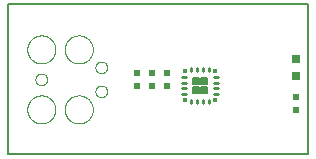
<source format=gtp>
G75*
%MOIN*%
%OFA0B0*%
%FSLAX25Y25*%
%IPPOS*%
%LPD*%
%AMOC8*
5,1,8,0,0,1.08239X$1,22.5*
%
%ADD10C,0.00500*%
%ADD11R,0.02362X0.01969*%
%ADD12R,0.03150X0.03150*%
%ADD13C,0.00000*%
%ADD14R,0.01339X0.01339*%
%ADD15C,0.01102*%
D10*
X0003750Y0001400D02*
X0003750Y0051400D01*
X0103750Y0051400D01*
X0103750Y0001400D01*
X0003750Y0001400D01*
X0065388Y0022038D02*
X0067356Y0022038D01*
X0067356Y0024006D01*
X0065388Y0024006D01*
X0065388Y0022038D01*
X0065388Y0022337D02*
X0067356Y0022337D01*
X0067356Y0022836D02*
X0065388Y0022836D01*
X0065388Y0023334D02*
X0067356Y0023334D01*
X0067356Y0023833D02*
X0065388Y0023833D01*
X0065388Y0024794D02*
X0067356Y0024794D01*
X0067356Y0026762D01*
X0065388Y0026762D01*
X0065388Y0024794D01*
X0065388Y0024830D02*
X0067356Y0024830D01*
X0067356Y0025329D02*
X0065388Y0025329D01*
X0065388Y0025827D02*
X0067356Y0025827D01*
X0067356Y0026326D02*
X0065388Y0026326D01*
X0068144Y0026326D02*
X0070112Y0026326D01*
X0070112Y0026762D02*
X0068144Y0026762D01*
X0068144Y0024794D01*
X0070112Y0024794D01*
X0070112Y0026762D01*
X0070112Y0025827D02*
X0068144Y0025827D01*
X0068144Y0025329D02*
X0070112Y0025329D01*
X0070112Y0024830D02*
X0068144Y0024830D01*
X0068144Y0024006D02*
X0070112Y0024006D01*
X0070112Y0022038D01*
X0068144Y0022038D01*
X0068144Y0024006D01*
X0068144Y0023833D02*
X0070112Y0023833D01*
X0070112Y0023334D02*
X0068144Y0023334D01*
X0068144Y0022836D02*
X0070112Y0022836D01*
X0070112Y0022337D02*
X0068144Y0022337D01*
D11*
X0056750Y0024235D03*
X0051750Y0024235D03*
X0046750Y0024235D03*
X0046750Y0028565D03*
X0051750Y0028565D03*
X0056750Y0028565D03*
X0099750Y0020565D03*
X0099750Y0016235D03*
D12*
X0099750Y0027447D03*
X0099750Y0033353D03*
D13*
X0032800Y0030400D02*
X0032802Y0030488D01*
X0032808Y0030576D01*
X0032818Y0030664D01*
X0032832Y0030751D01*
X0032850Y0030837D01*
X0032871Y0030922D01*
X0032897Y0031007D01*
X0032926Y0031090D01*
X0032959Y0031172D01*
X0032996Y0031252D01*
X0033036Y0031330D01*
X0033080Y0031407D01*
X0033127Y0031481D01*
X0033178Y0031553D01*
X0033231Y0031623D01*
X0033288Y0031691D01*
X0033348Y0031755D01*
X0033411Y0031817D01*
X0033476Y0031876D01*
X0033544Y0031932D01*
X0033615Y0031985D01*
X0033687Y0032035D01*
X0033762Y0032081D01*
X0033839Y0032124D01*
X0033918Y0032164D01*
X0033999Y0032199D01*
X0034081Y0032232D01*
X0034164Y0032260D01*
X0034249Y0032285D01*
X0034335Y0032305D01*
X0034421Y0032322D01*
X0034508Y0032335D01*
X0034596Y0032344D01*
X0034684Y0032349D01*
X0034772Y0032350D01*
X0034860Y0032347D01*
X0034948Y0032340D01*
X0035035Y0032329D01*
X0035122Y0032314D01*
X0035208Y0032295D01*
X0035294Y0032273D01*
X0035378Y0032246D01*
X0035460Y0032216D01*
X0035542Y0032182D01*
X0035622Y0032144D01*
X0035699Y0032103D01*
X0035775Y0032059D01*
X0035849Y0032011D01*
X0035921Y0031959D01*
X0035990Y0031905D01*
X0036057Y0031847D01*
X0036121Y0031787D01*
X0036182Y0031723D01*
X0036241Y0031657D01*
X0036296Y0031589D01*
X0036348Y0031517D01*
X0036397Y0031444D01*
X0036442Y0031369D01*
X0036484Y0031291D01*
X0036523Y0031212D01*
X0036558Y0031131D01*
X0036589Y0031048D01*
X0036616Y0030965D01*
X0036640Y0030880D01*
X0036660Y0030794D01*
X0036676Y0030707D01*
X0036688Y0030620D01*
X0036696Y0030532D01*
X0036700Y0030444D01*
X0036700Y0030356D01*
X0036696Y0030268D01*
X0036688Y0030180D01*
X0036676Y0030093D01*
X0036660Y0030006D01*
X0036640Y0029920D01*
X0036616Y0029835D01*
X0036589Y0029752D01*
X0036558Y0029669D01*
X0036523Y0029588D01*
X0036484Y0029509D01*
X0036442Y0029431D01*
X0036397Y0029356D01*
X0036348Y0029283D01*
X0036296Y0029211D01*
X0036241Y0029143D01*
X0036182Y0029077D01*
X0036121Y0029013D01*
X0036057Y0028953D01*
X0035990Y0028895D01*
X0035921Y0028841D01*
X0035849Y0028789D01*
X0035775Y0028741D01*
X0035699Y0028697D01*
X0035622Y0028656D01*
X0035542Y0028618D01*
X0035460Y0028584D01*
X0035378Y0028554D01*
X0035294Y0028527D01*
X0035208Y0028505D01*
X0035122Y0028486D01*
X0035035Y0028471D01*
X0034948Y0028460D01*
X0034860Y0028453D01*
X0034772Y0028450D01*
X0034684Y0028451D01*
X0034596Y0028456D01*
X0034508Y0028465D01*
X0034421Y0028478D01*
X0034335Y0028495D01*
X0034249Y0028515D01*
X0034164Y0028540D01*
X0034081Y0028568D01*
X0033999Y0028601D01*
X0033918Y0028636D01*
X0033839Y0028676D01*
X0033762Y0028719D01*
X0033687Y0028765D01*
X0033615Y0028815D01*
X0033544Y0028868D01*
X0033476Y0028924D01*
X0033411Y0028983D01*
X0033348Y0029045D01*
X0033288Y0029109D01*
X0033231Y0029177D01*
X0033178Y0029247D01*
X0033127Y0029319D01*
X0033080Y0029393D01*
X0033036Y0029470D01*
X0032996Y0029548D01*
X0032959Y0029628D01*
X0032926Y0029710D01*
X0032897Y0029793D01*
X0032871Y0029878D01*
X0032850Y0029963D01*
X0032832Y0030049D01*
X0032818Y0030136D01*
X0032808Y0030224D01*
X0032802Y0030312D01*
X0032800Y0030400D01*
X0022575Y0036400D02*
X0022577Y0036537D01*
X0022583Y0036673D01*
X0022593Y0036809D01*
X0022607Y0036945D01*
X0022625Y0037081D01*
X0022647Y0037216D01*
X0022672Y0037350D01*
X0022702Y0037483D01*
X0022736Y0037615D01*
X0022773Y0037747D01*
X0022814Y0037877D01*
X0022860Y0038006D01*
X0022908Y0038134D01*
X0022961Y0038260D01*
X0023017Y0038384D01*
X0023077Y0038507D01*
X0023140Y0038628D01*
X0023207Y0038747D01*
X0023277Y0038864D01*
X0023351Y0038980D01*
X0023428Y0039092D01*
X0023508Y0039203D01*
X0023592Y0039311D01*
X0023679Y0039417D01*
X0023768Y0039520D01*
X0023861Y0039620D01*
X0023956Y0039718D01*
X0024055Y0039813D01*
X0024156Y0039905D01*
X0024260Y0039993D01*
X0024366Y0040079D01*
X0024475Y0040162D01*
X0024586Y0040241D01*
X0024699Y0040318D01*
X0024815Y0040391D01*
X0024932Y0040460D01*
X0025052Y0040526D01*
X0025173Y0040588D01*
X0025297Y0040647D01*
X0025422Y0040703D01*
X0025548Y0040754D01*
X0025676Y0040802D01*
X0025805Y0040846D01*
X0025936Y0040887D01*
X0026068Y0040923D01*
X0026200Y0040956D01*
X0026334Y0040984D01*
X0026468Y0041009D01*
X0026603Y0041030D01*
X0026739Y0041047D01*
X0026875Y0041060D01*
X0027011Y0041069D01*
X0027148Y0041074D01*
X0027284Y0041075D01*
X0027421Y0041072D01*
X0027557Y0041065D01*
X0027693Y0041054D01*
X0027829Y0041039D01*
X0027964Y0041020D01*
X0028099Y0040997D01*
X0028233Y0040970D01*
X0028366Y0040940D01*
X0028498Y0040905D01*
X0028630Y0040867D01*
X0028759Y0040825D01*
X0028888Y0040779D01*
X0029015Y0040729D01*
X0029141Y0040675D01*
X0029265Y0040618D01*
X0029388Y0040558D01*
X0029508Y0040493D01*
X0029627Y0040426D01*
X0029743Y0040355D01*
X0029858Y0040280D01*
X0029970Y0040202D01*
X0030080Y0040121D01*
X0030188Y0040037D01*
X0030293Y0039949D01*
X0030395Y0039859D01*
X0030495Y0039766D01*
X0030592Y0039669D01*
X0030686Y0039570D01*
X0030777Y0039469D01*
X0030865Y0039364D01*
X0030950Y0039257D01*
X0031032Y0039148D01*
X0031111Y0039036D01*
X0031186Y0038922D01*
X0031258Y0038806D01*
X0031327Y0038688D01*
X0031392Y0038568D01*
X0031454Y0038446D01*
X0031512Y0038322D01*
X0031566Y0038197D01*
X0031617Y0038070D01*
X0031663Y0037942D01*
X0031707Y0037812D01*
X0031746Y0037681D01*
X0031782Y0037549D01*
X0031813Y0037416D01*
X0031841Y0037283D01*
X0031865Y0037148D01*
X0031885Y0037013D01*
X0031901Y0036877D01*
X0031913Y0036741D01*
X0031921Y0036605D01*
X0031925Y0036468D01*
X0031925Y0036332D01*
X0031921Y0036195D01*
X0031913Y0036059D01*
X0031901Y0035923D01*
X0031885Y0035787D01*
X0031865Y0035652D01*
X0031841Y0035517D01*
X0031813Y0035384D01*
X0031782Y0035251D01*
X0031746Y0035119D01*
X0031707Y0034988D01*
X0031663Y0034858D01*
X0031617Y0034730D01*
X0031566Y0034603D01*
X0031512Y0034478D01*
X0031454Y0034354D01*
X0031392Y0034232D01*
X0031327Y0034112D01*
X0031258Y0033994D01*
X0031186Y0033878D01*
X0031111Y0033764D01*
X0031032Y0033652D01*
X0030950Y0033543D01*
X0030865Y0033436D01*
X0030777Y0033331D01*
X0030686Y0033230D01*
X0030592Y0033131D01*
X0030495Y0033034D01*
X0030395Y0032941D01*
X0030293Y0032851D01*
X0030188Y0032763D01*
X0030080Y0032679D01*
X0029970Y0032598D01*
X0029858Y0032520D01*
X0029743Y0032445D01*
X0029627Y0032374D01*
X0029508Y0032307D01*
X0029388Y0032242D01*
X0029265Y0032182D01*
X0029141Y0032125D01*
X0029015Y0032071D01*
X0028888Y0032021D01*
X0028759Y0031975D01*
X0028630Y0031933D01*
X0028498Y0031895D01*
X0028366Y0031860D01*
X0028233Y0031830D01*
X0028099Y0031803D01*
X0027964Y0031780D01*
X0027829Y0031761D01*
X0027693Y0031746D01*
X0027557Y0031735D01*
X0027421Y0031728D01*
X0027284Y0031725D01*
X0027148Y0031726D01*
X0027011Y0031731D01*
X0026875Y0031740D01*
X0026739Y0031753D01*
X0026603Y0031770D01*
X0026468Y0031791D01*
X0026334Y0031816D01*
X0026200Y0031844D01*
X0026068Y0031877D01*
X0025936Y0031913D01*
X0025805Y0031954D01*
X0025676Y0031998D01*
X0025548Y0032046D01*
X0025422Y0032097D01*
X0025297Y0032153D01*
X0025173Y0032212D01*
X0025052Y0032274D01*
X0024932Y0032340D01*
X0024815Y0032409D01*
X0024699Y0032482D01*
X0024586Y0032559D01*
X0024475Y0032638D01*
X0024366Y0032721D01*
X0024260Y0032807D01*
X0024156Y0032895D01*
X0024055Y0032987D01*
X0023956Y0033082D01*
X0023861Y0033180D01*
X0023768Y0033280D01*
X0023679Y0033383D01*
X0023592Y0033489D01*
X0023508Y0033597D01*
X0023428Y0033708D01*
X0023351Y0033820D01*
X0023277Y0033936D01*
X0023207Y0034053D01*
X0023140Y0034172D01*
X0023077Y0034293D01*
X0023017Y0034416D01*
X0022961Y0034540D01*
X0022908Y0034666D01*
X0022860Y0034794D01*
X0022814Y0034923D01*
X0022773Y0035053D01*
X0022736Y0035185D01*
X0022702Y0035317D01*
X0022672Y0035450D01*
X0022647Y0035584D01*
X0022625Y0035719D01*
X0022607Y0035855D01*
X0022593Y0035991D01*
X0022583Y0036127D01*
X0022577Y0036263D01*
X0022575Y0036400D01*
X0010075Y0036400D02*
X0010077Y0036537D01*
X0010083Y0036673D01*
X0010093Y0036809D01*
X0010107Y0036945D01*
X0010125Y0037081D01*
X0010147Y0037216D01*
X0010172Y0037350D01*
X0010202Y0037483D01*
X0010236Y0037615D01*
X0010273Y0037747D01*
X0010314Y0037877D01*
X0010360Y0038006D01*
X0010408Y0038134D01*
X0010461Y0038260D01*
X0010517Y0038384D01*
X0010577Y0038507D01*
X0010640Y0038628D01*
X0010707Y0038747D01*
X0010777Y0038864D01*
X0010851Y0038980D01*
X0010928Y0039092D01*
X0011008Y0039203D01*
X0011092Y0039311D01*
X0011179Y0039417D01*
X0011268Y0039520D01*
X0011361Y0039620D01*
X0011456Y0039718D01*
X0011555Y0039813D01*
X0011656Y0039905D01*
X0011760Y0039993D01*
X0011866Y0040079D01*
X0011975Y0040162D01*
X0012086Y0040241D01*
X0012199Y0040318D01*
X0012315Y0040391D01*
X0012432Y0040460D01*
X0012552Y0040526D01*
X0012673Y0040588D01*
X0012797Y0040647D01*
X0012922Y0040703D01*
X0013048Y0040754D01*
X0013176Y0040802D01*
X0013305Y0040846D01*
X0013436Y0040887D01*
X0013568Y0040923D01*
X0013700Y0040956D01*
X0013834Y0040984D01*
X0013968Y0041009D01*
X0014103Y0041030D01*
X0014239Y0041047D01*
X0014375Y0041060D01*
X0014511Y0041069D01*
X0014648Y0041074D01*
X0014784Y0041075D01*
X0014921Y0041072D01*
X0015057Y0041065D01*
X0015193Y0041054D01*
X0015329Y0041039D01*
X0015464Y0041020D01*
X0015599Y0040997D01*
X0015733Y0040970D01*
X0015866Y0040940D01*
X0015998Y0040905D01*
X0016130Y0040867D01*
X0016259Y0040825D01*
X0016388Y0040779D01*
X0016515Y0040729D01*
X0016641Y0040675D01*
X0016765Y0040618D01*
X0016888Y0040558D01*
X0017008Y0040493D01*
X0017127Y0040426D01*
X0017243Y0040355D01*
X0017358Y0040280D01*
X0017470Y0040202D01*
X0017580Y0040121D01*
X0017688Y0040037D01*
X0017793Y0039949D01*
X0017895Y0039859D01*
X0017995Y0039766D01*
X0018092Y0039669D01*
X0018186Y0039570D01*
X0018277Y0039469D01*
X0018365Y0039364D01*
X0018450Y0039257D01*
X0018532Y0039148D01*
X0018611Y0039036D01*
X0018686Y0038922D01*
X0018758Y0038806D01*
X0018827Y0038688D01*
X0018892Y0038568D01*
X0018954Y0038446D01*
X0019012Y0038322D01*
X0019066Y0038197D01*
X0019117Y0038070D01*
X0019163Y0037942D01*
X0019207Y0037812D01*
X0019246Y0037681D01*
X0019282Y0037549D01*
X0019313Y0037416D01*
X0019341Y0037283D01*
X0019365Y0037148D01*
X0019385Y0037013D01*
X0019401Y0036877D01*
X0019413Y0036741D01*
X0019421Y0036605D01*
X0019425Y0036468D01*
X0019425Y0036332D01*
X0019421Y0036195D01*
X0019413Y0036059D01*
X0019401Y0035923D01*
X0019385Y0035787D01*
X0019365Y0035652D01*
X0019341Y0035517D01*
X0019313Y0035384D01*
X0019282Y0035251D01*
X0019246Y0035119D01*
X0019207Y0034988D01*
X0019163Y0034858D01*
X0019117Y0034730D01*
X0019066Y0034603D01*
X0019012Y0034478D01*
X0018954Y0034354D01*
X0018892Y0034232D01*
X0018827Y0034112D01*
X0018758Y0033994D01*
X0018686Y0033878D01*
X0018611Y0033764D01*
X0018532Y0033652D01*
X0018450Y0033543D01*
X0018365Y0033436D01*
X0018277Y0033331D01*
X0018186Y0033230D01*
X0018092Y0033131D01*
X0017995Y0033034D01*
X0017895Y0032941D01*
X0017793Y0032851D01*
X0017688Y0032763D01*
X0017580Y0032679D01*
X0017470Y0032598D01*
X0017358Y0032520D01*
X0017243Y0032445D01*
X0017127Y0032374D01*
X0017008Y0032307D01*
X0016888Y0032242D01*
X0016765Y0032182D01*
X0016641Y0032125D01*
X0016515Y0032071D01*
X0016388Y0032021D01*
X0016259Y0031975D01*
X0016130Y0031933D01*
X0015998Y0031895D01*
X0015866Y0031860D01*
X0015733Y0031830D01*
X0015599Y0031803D01*
X0015464Y0031780D01*
X0015329Y0031761D01*
X0015193Y0031746D01*
X0015057Y0031735D01*
X0014921Y0031728D01*
X0014784Y0031725D01*
X0014648Y0031726D01*
X0014511Y0031731D01*
X0014375Y0031740D01*
X0014239Y0031753D01*
X0014103Y0031770D01*
X0013968Y0031791D01*
X0013834Y0031816D01*
X0013700Y0031844D01*
X0013568Y0031877D01*
X0013436Y0031913D01*
X0013305Y0031954D01*
X0013176Y0031998D01*
X0013048Y0032046D01*
X0012922Y0032097D01*
X0012797Y0032153D01*
X0012673Y0032212D01*
X0012552Y0032274D01*
X0012432Y0032340D01*
X0012315Y0032409D01*
X0012199Y0032482D01*
X0012086Y0032559D01*
X0011975Y0032638D01*
X0011866Y0032721D01*
X0011760Y0032807D01*
X0011656Y0032895D01*
X0011555Y0032987D01*
X0011456Y0033082D01*
X0011361Y0033180D01*
X0011268Y0033280D01*
X0011179Y0033383D01*
X0011092Y0033489D01*
X0011008Y0033597D01*
X0010928Y0033708D01*
X0010851Y0033820D01*
X0010777Y0033936D01*
X0010707Y0034053D01*
X0010640Y0034172D01*
X0010577Y0034293D01*
X0010517Y0034416D01*
X0010461Y0034540D01*
X0010408Y0034666D01*
X0010360Y0034794D01*
X0010314Y0034923D01*
X0010273Y0035053D01*
X0010236Y0035185D01*
X0010202Y0035317D01*
X0010172Y0035450D01*
X0010147Y0035584D01*
X0010125Y0035719D01*
X0010107Y0035855D01*
X0010093Y0035991D01*
X0010083Y0036127D01*
X0010077Y0036263D01*
X0010075Y0036400D01*
X0012800Y0026400D02*
X0012802Y0026488D01*
X0012808Y0026576D01*
X0012818Y0026664D01*
X0012832Y0026751D01*
X0012850Y0026837D01*
X0012871Y0026922D01*
X0012897Y0027007D01*
X0012926Y0027090D01*
X0012959Y0027172D01*
X0012996Y0027252D01*
X0013036Y0027330D01*
X0013080Y0027407D01*
X0013127Y0027481D01*
X0013178Y0027553D01*
X0013231Y0027623D01*
X0013288Y0027691D01*
X0013348Y0027755D01*
X0013411Y0027817D01*
X0013476Y0027876D01*
X0013544Y0027932D01*
X0013615Y0027985D01*
X0013687Y0028035D01*
X0013762Y0028081D01*
X0013839Y0028124D01*
X0013918Y0028164D01*
X0013999Y0028199D01*
X0014081Y0028232D01*
X0014164Y0028260D01*
X0014249Y0028285D01*
X0014335Y0028305D01*
X0014421Y0028322D01*
X0014508Y0028335D01*
X0014596Y0028344D01*
X0014684Y0028349D01*
X0014772Y0028350D01*
X0014860Y0028347D01*
X0014948Y0028340D01*
X0015035Y0028329D01*
X0015122Y0028314D01*
X0015208Y0028295D01*
X0015294Y0028273D01*
X0015378Y0028246D01*
X0015460Y0028216D01*
X0015542Y0028182D01*
X0015622Y0028144D01*
X0015699Y0028103D01*
X0015775Y0028059D01*
X0015849Y0028011D01*
X0015921Y0027959D01*
X0015990Y0027905D01*
X0016057Y0027847D01*
X0016121Y0027787D01*
X0016182Y0027723D01*
X0016241Y0027657D01*
X0016296Y0027589D01*
X0016348Y0027517D01*
X0016397Y0027444D01*
X0016442Y0027369D01*
X0016484Y0027291D01*
X0016523Y0027212D01*
X0016558Y0027131D01*
X0016589Y0027048D01*
X0016616Y0026965D01*
X0016640Y0026880D01*
X0016660Y0026794D01*
X0016676Y0026707D01*
X0016688Y0026620D01*
X0016696Y0026532D01*
X0016700Y0026444D01*
X0016700Y0026356D01*
X0016696Y0026268D01*
X0016688Y0026180D01*
X0016676Y0026093D01*
X0016660Y0026006D01*
X0016640Y0025920D01*
X0016616Y0025835D01*
X0016589Y0025752D01*
X0016558Y0025669D01*
X0016523Y0025588D01*
X0016484Y0025509D01*
X0016442Y0025431D01*
X0016397Y0025356D01*
X0016348Y0025283D01*
X0016296Y0025211D01*
X0016241Y0025143D01*
X0016182Y0025077D01*
X0016121Y0025013D01*
X0016057Y0024953D01*
X0015990Y0024895D01*
X0015921Y0024841D01*
X0015849Y0024789D01*
X0015775Y0024741D01*
X0015699Y0024697D01*
X0015622Y0024656D01*
X0015542Y0024618D01*
X0015460Y0024584D01*
X0015378Y0024554D01*
X0015294Y0024527D01*
X0015208Y0024505D01*
X0015122Y0024486D01*
X0015035Y0024471D01*
X0014948Y0024460D01*
X0014860Y0024453D01*
X0014772Y0024450D01*
X0014684Y0024451D01*
X0014596Y0024456D01*
X0014508Y0024465D01*
X0014421Y0024478D01*
X0014335Y0024495D01*
X0014249Y0024515D01*
X0014164Y0024540D01*
X0014081Y0024568D01*
X0013999Y0024601D01*
X0013918Y0024636D01*
X0013839Y0024676D01*
X0013762Y0024719D01*
X0013687Y0024765D01*
X0013615Y0024815D01*
X0013544Y0024868D01*
X0013476Y0024924D01*
X0013411Y0024983D01*
X0013348Y0025045D01*
X0013288Y0025109D01*
X0013231Y0025177D01*
X0013178Y0025247D01*
X0013127Y0025319D01*
X0013080Y0025393D01*
X0013036Y0025470D01*
X0012996Y0025548D01*
X0012959Y0025628D01*
X0012926Y0025710D01*
X0012897Y0025793D01*
X0012871Y0025878D01*
X0012850Y0025963D01*
X0012832Y0026049D01*
X0012818Y0026136D01*
X0012808Y0026224D01*
X0012802Y0026312D01*
X0012800Y0026400D01*
X0010075Y0016400D02*
X0010077Y0016537D01*
X0010083Y0016673D01*
X0010093Y0016809D01*
X0010107Y0016945D01*
X0010125Y0017081D01*
X0010147Y0017216D01*
X0010172Y0017350D01*
X0010202Y0017483D01*
X0010236Y0017615D01*
X0010273Y0017747D01*
X0010314Y0017877D01*
X0010360Y0018006D01*
X0010408Y0018134D01*
X0010461Y0018260D01*
X0010517Y0018384D01*
X0010577Y0018507D01*
X0010640Y0018628D01*
X0010707Y0018747D01*
X0010777Y0018864D01*
X0010851Y0018980D01*
X0010928Y0019092D01*
X0011008Y0019203D01*
X0011092Y0019311D01*
X0011179Y0019417D01*
X0011268Y0019520D01*
X0011361Y0019620D01*
X0011456Y0019718D01*
X0011555Y0019813D01*
X0011656Y0019905D01*
X0011760Y0019993D01*
X0011866Y0020079D01*
X0011975Y0020162D01*
X0012086Y0020241D01*
X0012199Y0020318D01*
X0012315Y0020391D01*
X0012432Y0020460D01*
X0012552Y0020526D01*
X0012673Y0020588D01*
X0012797Y0020647D01*
X0012922Y0020703D01*
X0013048Y0020754D01*
X0013176Y0020802D01*
X0013305Y0020846D01*
X0013436Y0020887D01*
X0013568Y0020923D01*
X0013700Y0020956D01*
X0013834Y0020984D01*
X0013968Y0021009D01*
X0014103Y0021030D01*
X0014239Y0021047D01*
X0014375Y0021060D01*
X0014511Y0021069D01*
X0014648Y0021074D01*
X0014784Y0021075D01*
X0014921Y0021072D01*
X0015057Y0021065D01*
X0015193Y0021054D01*
X0015329Y0021039D01*
X0015464Y0021020D01*
X0015599Y0020997D01*
X0015733Y0020970D01*
X0015866Y0020940D01*
X0015998Y0020905D01*
X0016130Y0020867D01*
X0016259Y0020825D01*
X0016388Y0020779D01*
X0016515Y0020729D01*
X0016641Y0020675D01*
X0016765Y0020618D01*
X0016888Y0020558D01*
X0017008Y0020493D01*
X0017127Y0020426D01*
X0017243Y0020355D01*
X0017358Y0020280D01*
X0017470Y0020202D01*
X0017580Y0020121D01*
X0017688Y0020037D01*
X0017793Y0019949D01*
X0017895Y0019859D01*
X0017995Y0019766D01*
X0018092Y0019669D01*
X0018186Y0019570D01*
X0018277Y0019469D01*
X0018365Y0019364D01*
X0018450Y0019257D01*
X0018532Y0019148D01*
X0018611Y0019036D01*
X0018686Y0018922D01*
X0018758Y0018806D01*
X0018827Y0018688D01*
X0018892Y0018568D01*
X0018954Y0018446D01*
X0019012Y0018322D01*
X0019066Y0018197D01*
X0019117Y0018070D01*
X0019163Y0017942D01*
X0019207Y0017812D01*
X0019246Y0017681D01*
X0019282Y0017549D01*
X0019313Y0017416D01*
X0019341Y0017283D01*
X0019365Y0017148D01*
X0019385Y0017013D01*
X0019401Y0016877D01*
X0019413Y0016741D01*
X0019421Y0016605D01*
X0019425Y0016468D01*
X0019425Y0016332D01*
X0019421Y0016195D01*
X0019413Y0016059D01*
X0019401Y0015923D01*
X0019385Y0015787D01*
X0019365Y0015652D01*
X0019341Y0015517D01*
X0019313Y0015384D01*
X0019282Y0015251D01*
X0019246Y0015119D01*
X0019207Y0014988D01*
X0019163Y0014858D01*
X0019117Y0014730D01*
X0019066Y0014603D01*
X0019012Y0014478D01*
X0018954Y0014354D01*
X0018892Y0014232D01*
X0018827Y0014112D01*
X0018758Y0013994D01*
X0018686Y0013878D01*
X0018611Y0013764D01*
X0018532Y0013652D01*
X0018450Y0013543D01*
X0018365Y0013436D01*
X0018277Y0013331D01*
X0018186Y0013230D01*
X0018092Y0013131D01*
X0017995Y0013034D01*
X0017895Y0012941D01*
X0017793Y0012851D01*
X0017688Y0012763D01*
X0017580Y0012679D01*
X0017470Y0012598D01*
X0017358Y0012520D01*
X0017243Y0012445D01*
X0017127Y0012374D01*
X0017008Y0012307D01*
X0016888Y0012242D01*
X0016765Y0012182D01*
X0016641Y0012125D01*
X0016515Y0012071D01*
X0016388Y0012021D01*
X0016259Y0011975D01*
X0016130Y0011933D01*
X0015998Y0011895D01*
X0015866Y0011860D01*
X0015733Y0011830D01*
X0015599Y0011803D01*
X0015464Y0011780D01*
X0015329Y0011761D01*
X0015193Y0011746D01*
X0015057Y0011735D01*
X0014921Y0011728D01*
X0014784Y0011725D01*
X0014648Y0011726D01*
X0014511Y0011731D01*
X0014375Y0011740D01*
X0014239Y0011753D01*
X0014103Y0011770D01*
X0013968Y0011791D01*
X0013834Y0011816D01*
X0013700Y0011844D01*
X0013568Y0011877D01*
X0013436Y0011913D01*
X0013305Y0011954D01*
X0013176Y0011998D01*
X0013048Y0012046D01*
X0012922Y0012097D01*
X0012797Y0012153D01*
X0012673Y0012212D01*
X0012552Y0012274D01*
X0012432Y0012340D01*
X0012315Y0012409D01*
X0012199Y0012482D01*
X0012086Y0012559D01*
X0011975Y0012638D01*
X0011866Y0012721D01*
X0011760Y0012807D01*
X0011656Y0012895D01*
X0011555Y0012987D01*
X0011456Y0013082D01*
X0011361Y0013180D01*
X0011268Y0013280D01*
X0011179Y0013383D01*
X0011092Y0013489D01*
X0011008Y0013597D01*
X0010928Y0013708D01*
X0010851Y0013820D01*
X0010777Y0013936D01*
X0010707Y0014053D01*
X0010640Y0014172D01*
X0010577Y0014293D01*
X0010517Y0014416D01*
X0010461Y0014540D01*
X0010408Y0014666D01*
X0010360Y0014794D01*
X0010314Y0014923D01*
X0010273Y0015053D01*
X0010236Y0015185D01*
X0010202Y0015317D01*
X0010172Y0015450D01*
X0010147Y0015584D01*
X0010125Y0015719D01*
X0010107Y0015855D01*
X0010093Y0015991D01*
X0010083Y0016127D01*
X0010077Y0016263D01*
X0010075Y0016400D01*
X0022575Y0016400D02*
X0022577Y0016537D01*
X0022583Y0016673D01*
X0022593Y0016809D01*
X0022607Y0016945D01*
X0022625Y0017081D01*
X0022647Y0017216D01*
X0022672Y0017350D01*
X0022702Y0017483D01*
X0022736Y0017615D01*
X0022773Y0017747D01*
X0022814Y0017877D01*
X0022860Y0018006D01*
X0022908Y0018134D01*
X0022961Y0018260D01*
X0023017Y0018384D01*
X0023077Y0018507D01*
X0023140Y0018628D01*
X0023207Y0018747D01*
X0023277Y0018864D01*
X0023351Y0018980D01*
X0023428Y0019092D01*
X0023508Y0019203D01*
X0023592Y0019311D01*
X0023679Y0019417D01*
X0023768Y0019520D01*
X0023861Y0019620D01*
X0023956Y0019718D01*
X0024055Y0019813D01*
X0024156Y0019905D01*
X0024260Y0019993D01*
X0024366Y0020079D01*
X0024475Y0020162D01*
X0024586Y0020241D01*
X0024699Y0020318D01*
X0024815Y0020391D01*
X0024932Y0020460D01*
X0025052Y0020526D01*
X0025173Y0020588D01*
X0025297Y0020647D01*
X0025422Y0020703D01*
X0025548Y0020754D01*
X0025676Y0020802D01*
X0025805Y0020846D01*
X0025936Y0020887D01*
X0026068Y0020923D01*
X0026200Y0020956D01*
X0026334Y0020984D01*
X0026468Y0021009D01*
X0026603Y0021030D01*
X0026739Y0021047D01*
X0026875Y0021060D01*
X0027011Y0021069D01*
X0027148Y0021074D01*
X0027284Y0021075D01*
X0027421Y0021072D01*
X0027557Y0021065D01*
X0027693Y0021054D01*
X0027829Y0021039D01*
X0027964Y0021020D01*
X0028099Y0020997D01*
X0028233Y0020970D01*
X0028366Y0020940D01*
X0028498Y0020905D01*
X0028630Y0020867D01*
X0028759Y0020825D01*
X0028888Y0020779D01*
X0029015Y0020729D01*
X0029141Y0020675D01*
X0029265Y0020618D01*
X0029388Y0020558D01*
X0029508Y0020493D01*
X0029627Y0020426D01*
X0029743Y0020355D01*
X0029858Y0020280D01*
X0029970Y0020202D01*
X0030080Y0020121D01*
X0030188Y0020037D01*
X0030293Y0019949D01*
X0030395Y0019859D01*
X0030495Y0019766D01*
X0030592Y0019669D01*
X0030686Y0019570D01*
X0030777Y0019469D01*
X0030865Y0019364D01*
X0030950Y0019257D01*
X0031032Y0019148D01*
X0031111Y0019036D01*
X0031186Y0018922D01*
X0031258Y0018806D01*
X0031327Y0018688D01*
X0031392Y0018568D01*
X0031454Y0018446D01*
X0031512Y0018322D01*
X0031566Y0018197D01*
X0031617Y0018070D01*
X0031663Y0017942D01*
X0031707Y0017812D01*
X0031746Y0017681D01*
X0031782Y0017549D01*
X0031813Y0017416D01*
X0031841Y0017283D01*
X0031865Y0017148D01*
X0031885Y0017013D01*
X0031901Y0016877D01*
X0031913Y0016741D01*
X0031921Y0016605D01*
X0031925Y0016468D01*
X0031925Y0016332D01*
X0031921Y0016195D01*
X0031913Y0016059D01*
X0031901Y0015923D01*
X0031885Y0015787D01*
X0031865Y0015652D01*
X0031841Y0015517D01*
X0031813Y0015384D01*
X0031782Y0015251D01*
X0031746Y0015119D01*
X0031707Y0014988D01*
X0031663Y0014858D01*
X0031617Y0014730D01*
X0031566Y0014603D01*
X0031512Y0014478D01*
X0031454Y0014354D01*
X0031392Y0014232D01*
X0031327Y0014112D01*
X0031258Y0013994D01*
X0031186Y0013878D01*
X0031111Y0013764D01*
X0031032Y0013652D01*
X0030950Y0013543D01*
X0030865Y0013436D01*
X0030777Y0013331D01*
X0030686Y0013230D01*
X0030592Y0013131D01*
X0030495Y0013034D01*
X0030395Y0012941D01*
X0030293Y0012851D01*
X0030188Y0012763D01*
X0030080Y0012679D01*
X0029970Y0012598D01*
X0029858Y0012520D01*
X0029743Y0012445D01*
X0029627Y0012374D01*
X0029508Y0012307D01*
X0029388Y0012242D01*
X0029265Y0012182D01*
X0029141Y0012125D01*
X0029015Y0012071D01*
X0028888Y0012021D01*
X0028759Y0011975D01*
X0028630Y0011933D01*
X0028498Y0011895D01*
X0028366Y0011860D01*
X0028233Y0011830D01*
X0028099Y0011803D01*
X0027964Y0011780D01*
X0027829Y0011761D01*
X0027693Y0011746D01*
X0027557Y0011735D01*
X0027421Y0011728D01*
X0027284Y0011725D01*
X0027148Y0011726D01*
X0027011Y0011731D01*
X0026875Y0011740D01*
X0026739Y0011753D01*
X0026603Y0011770D01*
X0026468Y0011791D01*
X0026334Y0011816D01*
X0026200Y0011844D01*
X0026068Y0011877D01*
X0025936Y0011913D01*
X0025805Y0011954D01*
X0025676Y0011998D01*
X0025548Y0012046D01*
X0025422Y0012097D01*
X0025297Y0012153D01*
X0025173Y0012212D01*
X0025052Y0012274D01*
X0024932Y0012340D01*
X0024815Y0012409D01*
X0024699Y0012482D01*
X0024586Y0012559D01*
X0024475Y0012638D01*
X0024366Y0012721D01*
X0024260Y0012807D01*
X0024156Y0012895D01*
X0024055Y0012987D01*
X0023956Y0013082D01*
X0023861Y0013180D01*
X0023768Y0013280D01*
X0023679Y0013383D01*
X0023592Y0013489D01*
X0023508Y0013597D01*
X0023428Y0013708D01*
X0023351Y0013820D01*
X0023277Y0013936D01*
X0023207Y0014053D01*
X0023140Y0014172D01*
X0023077Y0014293D01*
X0023017Y0014416D01*
X0022961Y0014540D01*
X0022908Y0014666D01*
X0022860Y0014794D01*
X0022814Y0014923D01*
X0022773Y0015053D01*
X0022736Y0015185D01*
X0022702Y0015317D01*
X0022672Y0015450D01*
X0022647Y0015584D01*
X0022625Y0015719D01*
X0022607Y0015855D01*
X0022593Y0015991D01*
X0022583Y0016127D01*
X0022577Y0016263D01*
X0022575Y0016400D01*
X0032800Y0022400D02*
X0032802Y0022488D01*
X0032808Y0022576D01*
X0032818Y0022664D01*
X0032832Y0022751D01*
X0032850Y0022837D01*
X0032871Y0022922D01*
X0032897Y0023007D01*
X0032926Y0023090D01*
X0032959Y0023172D01*
X0032996Y0023252D01*
X0033036Y0023330D01*
X0033080Y0023407D01*
X0033127Y0023481D01*
X0033178Y0023553D01*
X0033231Y0023623D01*
X0033288Y0023691D01*
X0033348Y0023755D01*
X0033411Y0023817D01*
X0033476Y0023876D01*
X0033544Y0023932D01*
X0033615Y0023985D01*
X0033687Y0024035D01*
X0033762Y0024081D01*
X0033839Y0024124D01*
X0033918Y0024164D01*
X0033999Y0024199D01*
X0034081Y0024232D01*
X0034164Y0024260D01*
X0034249Y0024285D01*
X0034335Y0024305D01*
X0034421Y0024322D01*
X0034508Y0024335D01*
X0034596Y0024344D01*
X0034684Y0024349D01*
X0034772Y0024350D01*
X0034860Y0024347D01*
X0034948Y0024340D01*
X0035035Y0024329D01*
X0035122Y0024314D01*
X0035208Y0024295D01*
X0035294Y0024273D01*
X0035378Y0024246D01*
X0035460Y0024216D01*
X0035542Y0024182D01*
X0035622Y0024144D01*
X0035699Y0024103D01*
X0035775Y0024059D01*
X0035849Y0024011D01*
X0035921Y0023959D01*
X0035990Y0023905D01*
X0036057Y0023847D01*
X0036121Y0023787D01*
X0036182Y0023723D01*
X0036241Y0023657D01*
X0036296Y0023589D01*
X0036348Y0023517D01*
X0036397Y0023444D01*
X0036442Y0023369D01*
X0036484Y0023291D01*
X0036523Y0023212D01*
X0036558Y0023131D01*
X0036589Y0023048D01*
X0036616Y0022965D01*
X0036640Y0022880D01*
X0036660Y0022794D01*
X0036676Y0022707D01*
X0036688Y0022620D01*
X0036696Y0022532D01*
X0036700Y0022444D01*
X0036700Y0022356D01*
X0036696Y0022268D01*
X0036688Y0022180D01*
X0036676Y0022093D01*
X0036660Y0022006D01*
X0036640Y0021920D01*
X0036616Y0021835D01*
X0036589Y0021752D01*
X0036558Y0021669D01*
X0036523Y0021588D01*
X0036484Y0021509D01*
X0036442Y0021431D01*
X0036397Y0021356D01*
X0036348Y0021283D01*
X0036296Y0021211D01*
X0036241Y0021143D01*
X0036182Y0021077D01*
X0036121Y0021013D01*
X0036057Y0020953D01*
X0035990Y0020895D01*
X0035921Y0020841D01*
X0035849Y0020789D01*
X0035775Y0020741D01*
X0035699Y0020697D01*
X0035622Y0020656D01*
X0035542Y0020618D01*
X0035460Y0020584D01*
X0035378Y0020554D01*
X0035294Y0020527D01*
X0035208Y0020505D01*
X0035122Y0020486D01*
X0035035Y0020471D01*
X0034948Y0020460D01*
X0034860Y0020453D01*
X0034772Y0020450D01*
X0034684Y0020451D01*
X0034596Y0020456D01*
X0034508Y0020465D01*
X0034421Y0020478D01*
X0034335Y0020495D01*
X0034249Y0020515D01*
X0034164Y0020540D01*
X0034081Y0020568D01*
X0033999Y0020601D01*
X0033918Y0020636D01*
X0033839Y0020676D01*
X0033762Y0020719D01*
X0033687Y0020765D01*
X0033615Y0020815D01*
X0033544Y0020868D01*
X0033476Y0020924D01*
X0033411Y0020983D01*
X0033348Y0021045D01*
X0033288Y0021109D01*
X0033231Y0021177D01*
X0033178Y0021247D01*
X0033127Y0021319D01*
X0033080Y0021393D01*
X0033036Y0021470D01*
X0032996Y0021548D01*
X0032959Y0021628D01*
X0032926Y0021710D01*
X0032897Y0021793D01*
X0032871Y0021878D01*
X0032850Y0021963D01*
X0032832Y0022049D01*
X0032818Y0022136D01*
X0032808Y0022224D01*
X0032802Y0022312D01*
X0032800Y0022400D01*
D14*
X0062770Y0019420D03*
X0072730Y0019420D03*
X0072730Y0029380D03*
X0062770Y0029380D03*
D15*
X0064797Y0029085D02*
X0064797Y0030385D01*
X0066766Y0030385D02*
X0066766Y0029085D01*
X0068734Y0029085D02*
X0068734Y0030385D01*
X0070703Y0030385D02*
X0070703Y0029085D01*
X0072435Y0027353D02*
X0073735Y0027353D01*
X0073735Y0025384D02*
X0072435Y0025384D01*
X0072435Y0023416D02*
X0073735Y0023416D01*
X0073735Y0021447D02*
X0072435Y0021447D01*
X0070703Y0019715D02*
X0070703Y0018415D01*
X0068734Y0018415D02*
X0068734Y0019715D01*
X0066766Y0019715D02*
X0066766Y0018415D01*
X0064797Y0018415D02*
X0064797Y0019715D01*
X0063065Y0021447D02*
X0061765Y0021447D01*
X0061765Y0023416D02*
X0063065Y0023416D01*
X0063065Y0025384D02*
X0061765Y0025384D01*
X0061765Y0027353D02*
X0063065Y0027353D01*
M02*

</source>
